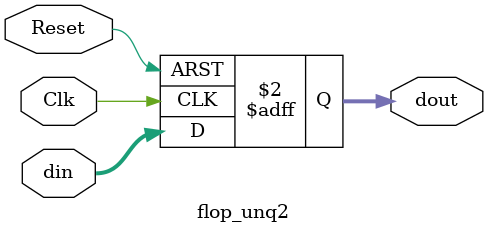
<source format=sv>

/* *****************************************************************************
 * File: flop.vp
 * 
 * Description:
 * Genesis2 flip-flop generator.
 * 
 * Required Genesis2 Controlable Parameters:
 * * Type		- Constant, Flop, RFlop, EFlop, or REFlop
 * * Width		- integer value specifying register width
 * * Default		- default value for the flop 
 *			 (only applies when flop_type=constant|rflop|reflop)
 * * SyncMode		- Sync or ASync flop * Change bar:
 * 
 * 
 * -----------
 * Date          Author   Description
 * Mar 30, 2010  shacham  init version  --  
 * May 20, 2014  jingpu   Add Async mode, change to active low reset
 * Feb 20, 2018  ajcars   Change back to active high reset 
 * ****************************************************************************/


/*******************************************************************************
 * REQUIRED PARAMETERIZATION
 ******************************************************************************/
// Type (_GENESIS2_INHERITANCE_PRIORITY_) = RFlop
//
// Default (_GENESIS2_INHERITANCE_PRIORITY_) = 0
//
// Width (_GENESIS2_INHERITANCE_PRIORITY_) = 4
//
// SyncMode (_GENESIS2_DECLARATION_PRIORITY_) = ASync
//

module flop_unq2(
	       //inputs
	       input logic 		   Clk,
	       input logic [3:0]  din,
	       input logic 		   Reset,

	       //outputs
	       output logic [3:0] dout
	       );


   /* synopsys dc_tcl_script_begin
    set_dont_retime [current_design] true
    set_optimize_registers false -design [current_design]
    */
   


   always_ff @(posedge Clk or posedge Reset) begin
      if (Reset) 
	dout <= 4'h0;
      else
	dout <= din; 
   end
   

endmodule : flop_unq2

</source>
